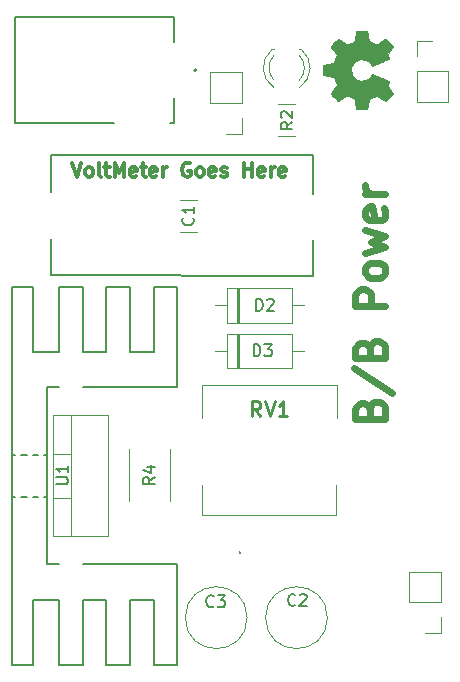
<source format=gto>
G04 #@! TF.GenerationSoftware,KiCad,Pcbnew,(5.1.10)-1*
G04 #@! TF.CreationDate,2021-12-28T21:38:16-08:00*
G04 #@! TF.ProjectId,breadboardPower,62726561-6462-46f6-9172-64506f776572,rev?*
G04 #@! TF.SameCoordinates,Original*
G04 #@! TF.FileFunction,Legend,Top*
G04 #@! TF.FilePolarity,Positive*
%FSLAX46Y46*%
G04 Gerber Fmt 4.6, Leading zero omitted, Abs format (unit mm)*
G04 Created by KiCad (PCBNEW (5.1.10)-1) date 2021-12-28 21:38:16*
%MOMM*%
%LPD*%
G01*
G04 APERTURE LIST*
%ADD10C,0.150000*%
%ADD11C,0.300000*%
%ADD12C,0.625000*%
%ADD13C,0.010000*%
%ADD14C,0.200000*%
%ADD15C,0.100000*%
%ADD16C,0.120000*%
%ADD17C,0.127000*%
%ADD18C,0.254000*%
%ADD19C,4.800000*%
%ADD20C,1.800000*%
%ADD21O,1.700000X1.700000*%
%ADD22R,1.700000X1.700000*%
%ADD23C,2.000000*%
%ADD24C,1.524000*%
%ADD25C,3.000000*%
%ADD26O,2.000000X1.905000*%
%ADD27R,2.000000X1.905000*%
%ADD28C,1.200000*%
%ADD29O,4.000000X2.000000*%
%ADD30O,2.000000X4.000000*%
%ADD31O,2.200000X2.200000*%
%ADD32R,2.200000X2.200000*%
%ADD33R,1.800000X1.800000*%
G04 APERTURE END LIST*
D10*
X72898000Y-73507600D02*
X95097600Y-73507600D01*
X72898000Y-76606400D02*
X72898000Y-73507600D01*
X72898000Y-83667600D02*
X72898000Y-80619600D01*
X95097600Y-83718400D02*
X72898000Y-83667600D01*
X95097600Y-80670400D02*
X95097600Y-83718400D01*
X95097600Y-73507600D02*
X95097600Y-76809600D01*
D11*
X74705714Y-74120457D02*
X75105714Y-75320457D01*
X75505714Y-74120457D01*
X76077142Y-75320457D02*
X75962857Y-75263314D01*
X75905714Y-75206171D01*
X75848571Y-75091885D01*
X75848571Y-74749028D01*
X75905714Y-74634742D01*
X75962857Y-74577600D01*
X76077142Y-74520457D01*
X76248571Y-74520457D01*
X76362857Y-74577600D01*
X76420000Y-74634742D01*
X76477142Y-74749028D01*
X76477142Y-75091885D01*
X76420000Y-75206171D01*
X76362857Y-75263314D01*
X76248571Y-75320457D01*
X76077142Y-75320457D01*
X77162857Y-75320457D02*
X77048571Y-75263314D01*
X76991428Y-75149028D01*
X76991428Y-74120457D01*
X77448571Y-74520457D02*
X77905714Y-74520457D01*
X77620000Y-74120457D02*
X77620000Y-75149028D01*
X77677142Y-75263314D01*
X77791428Y-75320457D01*
X77905714Y-75320457D01*
X78305714Y-75320457D02*
X78305714Y-74120457D01*
X78705714Y-74977600D01*
X79105714Y-74120457D01*
X79105714Y-75320457D01*
X80134285Y-75263314D02*
X80020000Y-75320457D01*
X79791428Y-75320457D01*
X79677142Y-75263314D01*
X79620000Y-75149028D01*
X79620000Y-74691885D01*
X79677142Y-74577600D01*
X79791428Y-74520457D01*
X80020000Y-74520457D01*
X80134285Y-74577600D01*
X80191428Y-74691885D01*
X80191428Y-74806171D01*
X79620000Y-74920457D01*
X80534285Y-74520457D02*
X80991428Y-74520457D01*
X80705714Y-74120457D02*
X80705714Y-75149028D01*
X80762857Y-75263314D01*
X80877142Y-75320457D01*
X80991428Y-75320457D01*
X81848571Y-75263314D02*
X81734285Y-75320457D01*
X81505714Y-75320457D01*
X81391428Y-75263314D01*
X81334285Y-75149028D01*
X81334285Y-74691885D01*
X81391428Y-74577600D01*
X81505714Y-74520457D01*
X81734285Y-74520457D01*
X81848571Y-74577600D01*
X81905714Y-74691885D01*
X81905714Y-74806171D01*
X81334285Y-74920457D01*
X82420000Y-75320457D02*
X82420000Y-74520457D01*
X82420000Y-74749028D02*
X82477142Y-74634742D01*
X82534285Y-74577600D01*
X82648571Y-74520457D01*
X82762857Y-74520457D01*
X84705714Y-74177600D02*
X84591428Y-74120457D01*
X84420000Y-74120457D01*
X84248571Y-74177600D01*
X84134285Y-74291885D01*
X84077142Y-74406171D01*
X84020000Y-74634742D01*
X84020000Y-74806171D01*
X84077142Y-75034742D01*
X84134285Y-75149028D01*
X84248571Y-75263314D01*
X84420000Y-75320457D01*
X84534285Y-75320457D01*
X84705714Y-75263314D01*
X84762857Y-75206171D01*
X84762857Y-74806171D01*
X84534285Y-74806171D01*
X85448571Y-75320457D02*
X85334285Y-75263314D01*
X85277142Y-75206171D01*
X85220000Y-75091885D01*
X85220000Y-74749028D01*
X85277142Y-74634742D01*
X85334285Y-74577600D01*
X85448571Y-74520457D01*
X85620000Y-74520457D01*
X85734285Y-74577600D01*
X85791428Y-74634742D01*
X85848571Y-74749028D01*
X85848571Y-75091885D01*
X85791428Y-75206171D01*
X85734285Y-75263314D01*
X85620000Y-75320457D01*
X85448571Y-75320457D01*
X86820000Y-75263314D02*
X86705714Y-75320457D01*
X86477142Y-75320457D01*
X86362857Y-75263314D01*
X86305714Y-75149028D01*
X86305714Y-74691885D01*
X86362857Y-74577600D01*
X86477142Y-74520457D01*
X86705714Y-74520457D01*
X86820000Y-74577600D01*
X86877142Y-74691885D01*
X86877142Y-74806171D01*
X86305714Y-74920457D01*
X87334285Y-75263314D02*
X87448571Y-75320457D01*
X87677142Y-75320457D01*
X87791428Y-75263314D01*
X87848571Y-75149028D01*
X87848571Y-75091885D01*
X87791428Y-74977600D01*
X87677142Y-74920457D01*
X87505714Y-74920457D01*
X87391428Y-74863314D01*
X87334285Y-74749028D01*
X87334285Y-74691885D01*
X87391428Y-74577600D01*
X87505714Y-74520457D01*
X87677142Y-74520457D01*
X87791428Y-74577600D01*
X89277142Y-75320457D02*
X89277142Y-74120457D01*
X89277142Y-74691885D02*
X89962857Y-74691885D01*
X89962857Y-75320457D02*
X89962857Y-74120457D01*
X90991428Y-75263314D02*
X90877142Y-75320457D01*
X90648571Y-75320457D01*
X90534285Y-75263314D01*
X90477142Y-75149028D01*
X90477142Y-74691885D01*
X90534285Y-74577600D01*
X90648571Y-74520457D01*
X90877142Y-74520457D01*
X90991428Y-74577600D01*
X91048571Y-74691885D01*
X91048571Y-74806171D01*
X90477142Y-74920457D01*
X91562857Y-75320457D02*
X91562857Y-74520457D01*
X91562857Y-74749028D02*
X91620000Y-74634742D01*
X91677142Y-74577600D01*
X91791428Y-74520457D01*
X91905714Y-74520457D01*
X92762857Y-75263314D02*
X92648571Y-75320457D01*
X92420000Y-75320457D01*
X92305714Y-75263314D01*
X92248571Y-75149028D01*
X92248571Y-74691885D01*
X92305714Y-74577600D01*
X92420000Y-74520457D01*
X92648571Y-74520457D01*
X92762857Y-74577600D01*
X92820000Y-74691885D01*
X92820000Y-74806171D01*
X92248571Y-74920457D01*
D12*
X99897428Y-94975047D02*
X100016476Y-94617904D01*
X100135523Y-94498857D01*
X100373619Y-94379809D01*
X100730761Y-94379809D01*
X100968857Y-94498857D01*
X101087904Y-94617904D01*
X101206952Y-94856000D01*
X101206952Y-95808380D01*
X98706952Y-95808380D01*
X98706952Y-94975047D01*
X98826000Y-94736952D01*
X98945047Y-94617904D01*
X99183142Y-94498857D01*
X99421238Y-94498857D01*
X99659333Y-94617904D01*
X99778380Y-94736952D01*
X99897428Y-94975047D01*
X99897428Y-95808380D01*
X98587904Y-91522666D02*
X101802190Y-93665523D01*
X99897428Y-89856000D02*
X100016476Y-89498857D01*
X100135523Y-89379809D01*
X100373619Y-89260761D01*
X100730761Y-89260761D01*
X100968857Y-89379809D01*
X101087904Y-89498857D01*
X101206952Y-89736952D01*
X101206952Y-90689333D01*
X98706952Y-90689333D01*
X98706952Y-89856000D01*
X98826000Y-89617904D01*
X98945047Y-89498857D01*
X99183142Y-89379809D01*
X99421238Y-89379809D01*
X99659333Y-89498857D01*
X99778380Y-89617904D01*
X99897428Y-89856000D01*
X99897428Y-90689333D01*
X101206952Y-86284571D02*
X98706952Y-86284571D01*
X98706952Y-85332190D01*
X98826000Y-85094095D01*
X98945047Y-84975047D01*
X99183142Y-84856000D01*
X99540285Y-84856000D01*
X99778380Y-84975047D01*
X99897428Y-85094095D01*
X100016476Y-85332190D01*
X100016476Y-86284571D01*
X101206952Y-83427428D02*
X101087904Y-83665523D01*
X100968857Y-83784571D01*
X100730761Y-83903619D01*
X100016476Y-83903619D01*
X99778380Y-83784571D01*
X99659333Y-83665523D01*
X99540285Y-83427428D01*
X99540285Y-83070285D01*
X99659333Y-82832190D01*
X99778380Y-82713142D01*
X100016476Y-82594095D01*
X100730761Y-82594095D01*
X100968857Y-82713142D01*
X101087904Y-82832190D01*
X101206952Y-83070285D01*
X101206952Y-83427428D01*
X99540285Y-81760761D02*
X101206952Y-81284571D01*
X100016476Y-80808380D01*
X101206952Y-80332190D01*
X99540285Y-79856000D01*
X101087904Y-77951238D02*
X101206952Y-78189333D01*
X101206952Y-78665523D01*
X101087904Y-78903619D01*
X100849809Y-79022666D01*
X99897428Y-79022666D01*
X99659333Y-78903619D01*
X99540285Y-78665523D01*
X99540285Y-78189333D01*
X99659333Y-77951238D01*
X99897428Y-77832190D01*
X100135523Y-77832190D01*
X100373619Y-79022666D01*
X101206952Y-76760761D02*
X99540285Y-76760761D01*
X100016476Y-76760761D02*
X99778380Y-76641714D01*
X99659333Y-76522666D01*
X99540285Y-76284571D01*
X99540285Y-76046476D01*
D13*
G36*
X96401931Y-65738186D02*
G01*
X96846555Y-65654365D01*
X96974053Y-65345080D01*
X97101551Y-65035794D01*
X96849246Y-64664754D01*
X96778996Y-64560843D01*
X96716272Y-64466913D01*
X96663938Y-64387348D01*
X96624857Y-64326530D01*
X96601893Y-64288843D01*
X96596942Y-64278579D01*
X96609676Y-64260090D01*
X96644882Y-64220580D01*
X96698062Y-64164478D01*
X96764718Y-64096213D01*
X96840354Y-64020214D01*
X96920472Y-63940908D01*
X97000574Y-63862725D01*
X97076164Y-63790093D01*
X97142745Y-63727441D01*
X97195818Y-63679197D01*
X97230887Y-63649790D01*
X97242623Y-63642759D01*
X97264260Y-63652877D01*
X97311662Y-63681241D01*
X97380193Y-63724871D01*
X97465215Y-63780782D01*
X97562093Y-63845994D01*
X97617350Y-63883781D01*
X97718248Y-63952657D01*
X97809299Y-64013860D01*
X97885970Y-64064422D01*
X97943728Y-64101372D01*
X97978043Y-64121742D01*
X97985254Y-64124803D01*
X98005748Y-64117864D01*
X98053513Y-64098949D01*
X98121832Y-64070913D01*
X98203989Y-64036609D01*
X98293270Y-63998891D01*
X98382958Y-63960613D01*
X98466338Y-63924630D01*
X98536694Y-63893794D01*
X98587310Y-63870961D01*
X98611471Y-63858983D01*
X98612422Y-63858276D01*
X98617036Y-63839469D01*
X98627328Y-63789382D01*
X98642287Y-63713207D01*
X98660901Y-63616135D01*
X98682159Y-63503357D01*
X98694418Y-63437558D01*
X98717362Y-63317050D01*
X98739195Y-63208203D01*
X98758722Y-63116524D01*
X98774748Y-63047519D01*
X98786079Y-63006696D01*
X98789674Y-62998489D01*
X98814006Y-62990452D01*
X98868959Y-62983967D01*
X98948108Y-62979030D01*
X99045026Y-62975636D01*
X99153287Y-62973782D01*
X99266465Y-62973462D01*
X99378135Y-62974673D01*
X99481868Y-62977410D01*
X99571241Y-62981669D01*
X99639826Y-62987445D01*
X99681197Y-62994733D01*
X99689810Y-62999105D01*
X99700133Y-63025236D01*
X99714892Y-63080607D01*
X99732352Y-63157893D01*
X99750780Y-63249770D01*
X99756741Y-63281842D01*
X99785066Y-63436476D01*
X99807876Y-63558625D01*
X99826080Y-63652327D01*
X99840583Y-63721616D01*
X99852292Y-63770529D01*
X99862115Y-63803103D01*
X99870956Y-63823372D01*
X99879724Y-63835374D01*
X99881457Y-63837053D01*
X99909371Y-63853816D01*
X99963695Y-63879386D01*
X100037777Y-63911212D01*
X100124965Y-63946740D01*
X100218608Y-63983417D01*
X100312052Y-64018689D01*
X100398647Y-64050004D01*
X100471740Y-64074807D01*
X100524678Y-64090546D01*
X100550811Y-64094668D01*
X100551726Y-64094324D01*
X100573086Y-64080359D01*
X100620084Y-64048678D01*
X100687827Y-64002609D01*
X100771423Y-63945482D01*
X100865982Y-63880627D01*
X100892854Y-63862157D01*
X100990275Y-63796301D01*
X101079163Y-63738350D01*
X101154412Y-63691462D01*
X101210920Y-63658793D01*
X101243581Y-63643500D01*
X101247593Y-63642759D01*
X101268684Y-63655608D01*
X101310464Y-63691112D01*
X101368445Y-63744707D01*
X101438135Y-63811829D01*
X101515045Y-63887913D01*
X101594683Y-63968396D01*
X101672561Y-64048713D01*
X101744186Y-64124301D01*
X101805070Y-64190595D01*
X101850721Y-64243031D01*
X101876650Y-64277045D01*
X101880883Y-64286455D01*
X101870912Y-64308357D01*
X101844020Y-64353200D01*
X101804736Y-64413679D01*
X101773117Y-64460211D01*
X101715098Y-64544525D01*
X101646784Y-64644374D01*
X101578579Y-64744527D01*
X101542075Y-64798373D01*
X101418800Y-64980629D01*
X101501520Y-65133619D01*
X101537759Y-65203318D01*
X101565926Y-65262586D01*
X101581991Y-65302689D01*
X101584226Y-65312897D01*
X101567722Y-65325171D01*
X101521082Y-65349387D01*
X101448609Y-65383737D01*
X101354606Y-65426412D01*
X101243374Y-65475606D01*
X101119215Y-65529510D01*
X100986432Y-65586316D01*
X100849327Y-65644218D01*
X100712202Y-65701407D01*
X100579358Y-65756076D01*
X100455098Y-65806416D01*
X100343725Y-65850620D01*
X100249539Y-65886881D01*
X100176844Y-65913391D01*
X100129941Y-65928342D01*
X100113833Y-65930746D01*
X100093286Y-65911689D01*
X100059933Y-65869964D01*
X100020702Y-65814294D01*
X100017599Y-65809622D01*
X99902423Y-65665736D01*
X99768053Y-65549717D01*
X99618784Y-65462570D01*
X99458913Y-65405301D01*
X99292737Y-65378914D01*
X99124552Y-65384415D01*
X98958655Y-65422810D01*
X98799342Y-65495105D01*
X98764487Y-65516374D01*
X98623737Y-65627004D01*
X98510714Y-65757698D01*
X98426003Y-65903936D01*
X98370194Y-66061192D01*
X98343874Y-66224943D01*
X98347630Y-66390667D01*
X98382050Y-66553838D01*
X98447723Y-66709935D01*
X98545235Y-66854433D01*
X98584813Y-66899131D01*
X98708703Y-67012888D01*
X98839124Y-67095782D01*
X98985315Y-67152644D01*
X99130088Y-67184313D01*
X99292860Y-67192131D01*
X99456440Y-67166062D01*
X99615298Y-67108755D01*
X99763906Y-67022856D01*
X99896735Y-66911014D01*
X100008256Y-66775877D01*
X100020011Y-66758117D01*
X100058508Y-66701850D01*
X100091863Y-66659077D01*
X100113160Y-66638628D01*
X100113833Y-66638331D01*
X100136871Y-66642721D01*
X100189157Y-66660124D01*
X100266390Y-66688732D01*
X100364268Y-66726735D01*
X100478491Y-66772326D01*
X100604758Y-66823697D01*
X100738767Y-66879038D01*
X100876218Y-66936542D01*
X101012808Y-66994399D01*
X101144237Y-67050802D01*
X101266205Y-67103942D01*
X101374409Y-67152010D01*
X101464549Y-67193199D01*
X101532323Y-67225699D01*
X101573430Y-67247703D01*
X101584226Y-67256564D01*
X101575819Y-67283640D01*
X101553272Y-67334303D01*
X101520613Y-67399817D01*
X101501520Y-67435841D01*
X101418800Y-67588832D01*
X101542075Y-67771088D01*
X101605228Y-67864125D01*
X101674727Y-67965985D01*
X101740165Y-68061438D01*
X101773117Y-68109250D01*
X101818273Y-68176495D01*
X101854057Y-68233436D01*
X101875938Y-68272646D01*
X101880563Y-68285381D01*
X101868085Y-68303917D01*
X101833252Y-68344941D01*
X101779678Y-68404475D01*
X101710983Y-68478542D01*
X101630781Y-68563165D01*
X101579286Y-68616685D01*
X101487286Y-68710319D01*
X101404999Y-68791241D01*
X101335945Y-68856177D01*
X101283644Y-68901858D01*
X101251616Y-68925011D01*
X101245116Y-68927232D01*
X101220394Y-68916924D01*
X101170405Y-68888439D01*
X101100212Y-68844937D01*
X101014875Y-68789577D01*
X100919456Y-68725520D01*
X100892854Y-68707303D01*
X100796167Y-68640927D01*
X100709117Y-68581378D01*
X100636595Y-68531984D01*
X100583493Y-68496075D01*
X100554703Y-68476981D01*
X100551726Y-68475136D01*
X100528782Y-68477895D01*
X100478336Y-68492538D01*
X100407041Y-68516513D01*
X100321547Y-68547266D01*
X100228507Y-68582244D01*
X100134574Y-68618893D01*
X100046399Y-68654661D01*
X99970634Y-68686994D01*
X99913931Y-68713338D01*
X99882943Y-68731142D01*
X99881457Y-68732407D01*
X99872601Y-68743294D01*
X99863843Y-68761682D01*
X99854277Y-68791606D01*
X99842996Y-68837103D01*
X99829093Y-68902209D01*
X99811663Y-68990961D01*
X99789798Y-69107393D01*
X99762591Y-69255542D01*
X99756741Y-69287618D01*
X99738374Y-69382686D01*
X99720405Y-69465565D01*
X99704569Y-69528930D01*
X99692600Y-69565458D01*
X99689810Y-69570356D01*
X99665072Y-69578427D01*
X99609790Y-69584987D01*
X99530389Y-69590033D01*
X99433296Y-69593559D01*
X99324938Y-69595561D01*
X99211740Y-69596036D01*
X99100128Y-69594977D01*
X98996529Y-69592382D01*
X98907368Y-69588246D01*
X98839072Y-69582563D01*
X98798066Y-69575331D01*
X98789674Y-69570971D01*
X98781208Y-69546698D01*
X98767435Y-69491426D01*
X98749550Y-69410662D01*
X98728748Y-69309912D01*
X98706223Y-69194683D01*
X98694418Y-69131902D01*
X98672151Y-69012787D01*
X98651979Y-68906565D01*
X98634915Y-68818427D01*
X98621969Y-68753566D01*
X98614155Y-68717174D01*
X98612422Y-68711184D01*
X98592890Y-68701061D01*
X98545843Y-68679662D01*
X98478003Y-68649839D01*
X98396091Y-68614445D01*
X98306828Y-68576332D01*
X98216935Y-68538353D01*
X98133135Y-68503360D01*
X98062147Y-68474206D01*
X98010694Y-68453743D01*
X97985497Y-68444823D01*
X97984396Y-68444657D01*
X97964519Y-68454769D01*
X97918777Y-68483117D01*
X97851717Y-68526723D01*
X97767884Y-68582606D01*
X97671826Y-68647787D01*
X97616650Y-68685679D01*
X97515481Y-68754725D01*
X97423630Y-68816050D01*
X97345744Y-68866663D01*
X97286469Y-68903571D01*
X97250451Y-68923782D01*
X97242377Y-68926701D01*
X97223584Y-68914153D01*
X97183457Y-68879463D01*
X97126493Y-68827063D01*
X97057185Y-68761384D01*
X96980031Y-68686856D01*
X96899525Y-68607913D01*
X96820163Y-68528983D01*
X96746440Y-68454500D01*
X96682852Y-68388894D01*
X96633894Y-68336596D01*
X96604061Y-68302039D01*
X96596942Y-68290478D01*
X96606953Y-68271654D01*
X96635078Y-68226631D01*
X96678454Y-68159787D01*
X96734218Y-68075499D01*
X96799506Y-67978144D01*
X96849246Y-67904707D01*
X97101551Y-67533667D01*
X96846555Y-66915095D01*
X96401931Y-66831275D01*
X95957307Y-66747454D01*
X95957307Y-65822006D01*
X96401931Y-65738186D01*
G37*
X96401931Y-65738186D02*
X96846555Y-65654365D01*
X96974053Y-65345080D01*
X97101551Y-65035794D01*
X96849246Y-64664754D01*
X96778996Y-64560843D01*
X96716272Y-64466913D01*
X96663938Y-64387348D01*
X96624857Y-64326530D01*
X96601893Y-64288843D01*
X96596942Y-64278579D01*
X96609676Y-64260090D01*
X96644882Y-64220580D01*
X96698062Y-64164478D01*
X96764718Y-64096213D01*
X96840354Y-64020214D01*
X96920472Y-63940908D01*
X97000574Y-63862725D01*
X97076164Y-63790093D01*
X97142745Y-63727441D01*
X97195818Y-63679197D01*
X97230887Y-63649790D01*
X97242623Y-63642759D01*
X97264260Y-63652877D01*
X97311662Y-63681241D01*
X97380193Y-63724871D01*
X97465215Y-63780782D01*
X97562093Y-63845994D01*
X97617350Y-63883781D01*
X97718248Y-63952657D01*
X97809299Y-64013860D01*
X97885970Y-64064422D01*
X97943728Y-64101372D01*
X97978043Y-64121742D01*
X97985254Y-64124803D01*
X98005748Y-64117864D01*
X98053513Y-64098949D01*
X98121832Y-64070913D01*
X98203989Y-64036609D01*
X98293270Y-63998891D01*
X98382958Y-63960613D01*
X98466338Y-63924630D01*
X98536694Y-63893794D01*
X98587310Y-63870961D01*
X98611471Y-63858983D01*
X98612422Y-63858276D01*
X98617036Y-63839469D01*
X98627328Y-63789382D01*
X98642287Y-63713207D01*
X98660901Y-63616135D01*
X98682159Y-63503357D01*
X98694418Y-63437558D01*
X98717362Y-63317050D01*
X98739195Y-63208203D01*
X98758722Y-63116524D01*
X98774748Y-63047519D01*
X98786079Y-63006696D01*
X98789674Y-62998489D01*
X98814006Y-62990452D01*
X98868959Y-62983967D01*
X98948108Y-62979030D01*
X99045026Y-62975636D01*
X99153287Y-62973782D01*
X99266465Y-62973462D01*
X99378135Y-62974673D01*
X99481868Y-62977410D01*
X99571241Y-62981669D01*
X99639826Y-62987445D01*
X99681197Y-62994733D01*
X99689810Y-62999105D01*
X99700133Y-63025236D01*
X99714892Y-63080607D01*
X99732352Y-63157893D01*
X99750780Y-63249770D01*
X99756741Y-63281842D01*
X99785066Y-63436476D01*
X99807876Y-63558625D01*
X99826080Y-63652327D01*
X99840583Y-63721616D01*
X99852292Y-63770529D01*
X99862115Y-63803103D01*
X99870956Y-63823372D01*
X99879724Y-63835374D01*
X99881457Y-63837053D01*
X99909371Y-63853816D01*
X99963695Y-63879386D01*
X100037777Y-63911212D01*
X100124965Y-63946740D01*
X100218608Y-63983417D01*
X100312052Y-64018689D01*
X100398647Y-64050004D01*
X100471740Y-64074807D01*
X100524678Y-64090546D01*
X100550811Y-64094668D01*
X100551726Y-64094324D01*
X100573086Y-64080359D01*
X100620084Y-64048678D01*
X100687827Y-64002609D01*
X100771423Y-63945482D01*
X100865982Y-63880627D01*
X100892854Y-63862157D01*
X100990275Y-63796301D01*
X101079163Y-63738350D01*
X101154412Y-63691462D01*
X101210920Y-63658793D01*
X101243581Y-63643500D01*
X101247593Y-63642759D01*
X101268684Y-63655608D01*
X101310464Y-63691112D01*
X101368445Y-63744707D01*
X101438135Y-63811829D01*
X101515045Y-63887913D01*
X101594683Y-63968396D01*
X101672561Y-64048713D01*
X101744186Y-64124301D01*
X101805070Y-64190595D01*
X101850721Y-64243031D01*
X101876650Y-64277045D01*
X101880883Y-64286455D01*
X101870912Y-64308357D01*
X101844020Y-64353200D01*
X101804736Y-64413679D01*
X101773117Y-64460211D01*
X101715098Y-64544525D01*
X101646784Y-64644374D01*
X101578579Y-64744527D01*
X101542075Y-64798373D01*
X101418800Y-64980629D01*
X101501520Y-65133619D01*
X101537759Y-65203318D01*
X101565926Y-65262586D01*
X101581991Y-65302689D01*
X101584226Y-65312897D01*
X101567722Y-65325171D01*
X101521082Y-65349387D01*
X101448609Y-65383737D01*
X101354606Y-65426412D01*
X101243374Y-65475606D01*
X101119215Y-65529510D01*
X100986432Y-65586316D01*
X100849327Y-65644218D01*
X100712202Y-65701407D01*
X100579358Y-65756076D01*
X100455098Y-65806416D01*
X100343725Y-65850620D01*
X100249539Y-65886881D01*
X100176844Y-65913391D01*
X100129941Y-65928342D01*
X100113833Y-65930746D01*
X100093286Y-65911689D01*
X100059933Y-65869964D01*
X100020702Y-65814294D01*
X100017599Y-65809622D01*
X99902423Y-65665736D01*
X99768053Y-65549717D01*
X99618784Y-65462570D01*
X99458913Y-65405301D01*
X99292737Y-65378914D01*
X99124552Y-65384415D01*
X98958655Y-65422810D01*
X98799342Y-65495105D01*
X98764487Y-65516374D01*
X98623737Y-65627004D01*
X98510714Y-65757698D01*
X98426003Y-65903936D01*
X98370194Y-66061192D01*
X98343874Y-66224943D01*
X98347630Y-66390667D01*
X98382050Y-66553838D01*
X98447723Y-66709935D01*
X98545235Y-66854433D01*
X98584813Y-66899131D01*
X98708703Y-67012888D01*
X98839124Y-67095782D01*
X98985315Y-67152644D01*
X99130088Y-67184313D01*
X99292860Y-67192131D01*
X99456440Y-67166062D01*
X99615298Y-67108755D01*
X99763906Y-67022856D01*
X99896735Y-66911014D01*
X100008256Y-66775877D01*
X100020011Y-66758117D01*
X100058508Y-66701850D01*
X100091863Y-66659077D01*
X100113160Y-66638628D01*
X100113833Y-66638331D01*
X100136871Y-66642721D01*
X100189157Y-66660124D01*
X100266390Y-66688732D01*
X100364268Y-66726735D01*
X100478491Y-66772326D01*
X100604758Y-66823697D01*
X100738767Y-66879038D01*
X100876218Y-66936542D01*
X101012808Y-66994399D01*
X101144237Y-67050802D01*
X101266205Y-67103942D01*
X101374409Y-67152010D01*
X101464549Y-67193199D01*
X101532323Y-67225699D01*
X101573430Y-67247703D01*
X101584226Y-67256564D01*
X101575819Y-67283640D01*
X101553272Y-67334303D01*
X101520613Y-67399817D01*
X101501520Y-67435841D01*
X101418800Y-67588832D01*
X101542075Y-67771088D01*
X101605228Y-67864125D01*
X101674727Y-67965985D01*
X101740165Y-68061438D01*
X101773117Y-68109250D01*
X101818273Y-68176495D01*
X101854057Y-68233436D01*
X101875938Y-68272646D01*
X101880563Y-68285381D01*
X101868085Y-68303917D01*
X101833252Y-68344941D01*
X101779678Y-68404475D01*
X101710983Y-68478542D01*
X101630781Y-68563165D01*
X101579286Y-68616685D01*
X101487286Y-68710319D01*
X101404999Y-68791241D01*
X101335945Y-68856177D01*
X101283644Y-68901858D01*
X101251616Y-68925011D01*
X101245116Y-68927232D01*
X101220394Y-68916924D01*
X101170405Y-68888439D01*
X101100212Y-68844937D01*
X101014875Y-68789577D01*
X100919456Y-68725520D01*
X100892854Y-68707303D01*
X100796167Y-68640927D01*
X100709117Y-68581378D01*
X100636595Y-68531984D01*
X100583493Y-68496075D01*
X100554703Y-68476981D01*
X100551726Y-68475136D01*
X100528782Y-68477895D01*
X100478336Y-68492538D01*
X100407041Y-68516513D01*
X100321547Y-68547266D01*
X100228507Y-68582244D01*
X100134574Y-68618893D01*
X100046399Y-68654661D01*
X99970634Y-68686994D01*
X99913931Y-68713338D01*
X99882943Y-68731142D01*
X99881457Y-68732407D01*
X99872601Y-68743294D01*
X99863843Y-68761682D01*
X99854277Y-68791606D01*
X99842996Y-68837103D01*
X99829093Y-68902209D01*
X99811663Y-68990961D01*
X99789798Y-69107393D01*
X99762591Y-69255542D01*
X99756741Y-69287618D01*
X99738374Y-69382686D01*
X99720405Y-69465565D01*
X99704569Y-69528930D01*
X99692600Y-69565458D01*
X99689810Y-69570356D01*
X99665072Y-69578427D01*
X99609790Y-69584987D01*
X99530389Y-69590033D01*
X99433296Y-69593559D01*
X99324938Y-69595561D01*
X99211740Y-69596036D01*
X99100128Y-69594977D01*
X98996529Y-69592382D01*
X98907368Y-69588246D01*
X98839072Y-69582563D01*
X98798066Y-69575331D01*
X98789674Y-69570971D01*
X98781208Y-69546698D01*
X98767435Y-69491426D01*
X98749550Y-69410662D01*
X98728748Y-69309912D01*
X98706223Y-69194683D01*
X98694418Y-69131902D01*
X98672151Y-69012787D01*
X98651979Y-68906565D01*
X98634915Y-68818427D01*
X98621969Y-68753566D01*
X98614155Y-68717174D01*
X98612422Y-68711184D01*
X98592890Y-68701061D01*
X98545843Y-68679662D01*
X98478003Y-68649839D01*
X98396091Y-68614445D01*
X98306828Y-68576332D01*
X98216935Y-68538353D01*
X98133135Y-68503360D01*
X98062147Y-68474206D01*
X98010694Y-68453743D01*
X97985497Y-68444823D01*
X97984396Y-68444657D01*
X97964519Y-68454769D01*
X97918777Y-68483117D01*
X97851717Y-68526723D01*
X97767884Y-68582606D01*
X97671826Y-68647787D01*
X97616650Y-68685679D01*
X97515481Y-68754725D01*
X97423630Y-68816050D01*
X97345744Y-68866663D01*
X97286469Y-68903571D01*
X97250451Y-68923782D01*
X97242377Y-68926701D01*
X97223584Y-68914153D01*
X97183457Y-68879463D01*
X97126493Y-68827063D01*
X97057185Y-68761384D01*
X96980031Y-68686856D01*
X96899525Y-68607913D01*
X96820163Y-68528983D01*
X96746440Y-68454500D01*
X96682852Y-68388894D01*
X96633894Y-68336596D01*
X96604061Y-68302039D01*
X96596942Y-68290478D01*
X96606953Y-68271654D01*
X96635078Y-68226631D01*
X96678454Y-68159787D01*
X96734218Y-68075499D01*
X96799506Y-67978144D01*
X96849246Y-67904707D01*
X97101551Y-67533667D01*
X96846555Y-66915095D01*
X96401931Y-66831275D01*
X95957307Y-66747454D01*
X95957307Y-65822006D01*
X96401931Y-65738186D01*
D14*
X88900000Y-107160800D02*
X88900000Y-107160800D01*
X88900000Y-107060800D02*
X88900000Y-107060800D01*
X88900000Y-107160800D02*
X88900000Y-107160800D01*
D15*
X85700000Y-95710800D02*
X85700000Y-92960800D01*
X85700000Y-92960800D02*
X97150000Y-92960800D01*
X97150000Y-92960800D02*
X97150000Y-95710800D01*
X85700000Y-101460800D02*
X85700000Y-103960800D01*
X85700000Y-103960800D02*
X97100000Y-103960800D01*
X97100000Y-103960800D02*
X97100000Y-101460800D01*
D14*
X88900000Y-107060800D02*
G75*
G02*
X88900000Y-107160800I0J-50000D01*
G01*
X88900000Y-107160800D02*
G75*
G02*
X88900000Y-107060800I0J50000D01*
G01*
X88900000Y-107060800D02*
G75*
G02*
X88900000Y-107160800I0J-50000D01*
G01*
D16*
X89087000Y-66488000D02*
X86427000Y-66488000D01*
X89087000Y-69088000D02*
X89087000Y-66488000D01*
X86427000Y-69088000D02*
X86427000Y-66488000D01*
X89087000Y-69088000D02*
X86427000Y-69088000D01*
X89087000Y-70358000D02*
X89087000Y-71688000D01*
X89087000Y-71688000D02*
X87757000Y-71688000D01*
D10*
X69862500Y-98897500D02*
X69612500Y-98897500D01*
X69862500Y-102397500D02*
X69612500Y-102397500D01*
X72362500Y-102397500D02*
X72612500Y-102397500D01*
X72362500Y-98897500D02*
X72612500Y-98897500D01*
X71362500Y-98897500D02*
X71862500Y-98897500D01*
X70362500Y-98897500D02*
X70862500Y-98897500D01*
X71362500Y-102397500D02*
X71862500Y-102397500D01*
X70362500Y-102397500D02*
X70862500Y-102397500D01*
X81612500Y-84647500D02*
X83612500Y-84647500D01*
X77612500Y-84647500D02*
X79612500Y-84647500D01*
X73612500Y-84647500D02*
X75612500Y-84647500D01*
X71362500Y-90147500D02*
X73612500Y-90147500D01*
X75612500Y-90147500D02*
X77612500Y-90147500D01*
X79612500Y-90147500D02*
X81612500Y-90147500D01*
X81612500Y-116647500D02*
X83612500Y-116647500D01*
X79612500Y-111147500D02*
X81612500Y-111147500D01*
X77612500Y-116647500D02*
X79612500Y-116647500D01*
X73612500Y-116647500D02*
X75612500Y-116647500D01*
X75612500Y-111147500D02*
X77612500Y-111147500D01*
X71362500Y-111147500D02*
X73612500Y-111147500D01*
X71362500Y-116647500D02*
X69612500Y-116647500D01*
X69612500Y-84647500D02*
X71362500Y-84647500D01*
X71362500Y-111147500D02*
X71362500Y-116647500D01*
X77612500Y-111147500D02*
X77612500Y-116647500D01*
X79612500Y-116647500D02*
X79612500Y-111147500D01*
X81612500Y-111147500D02*
X81612500Y-116647500D01*
X79612500Y-90147500D02*
X79612500Y-84647500D01*
X77612500Y-90147500D02*
X77612500Y-84647500D01*
X81612500Y-90147500D02*
X81612500Y-84647500D01*
X71362500Y-90147500D02*
X71362500Y-84647500D01*
X75612500Y-90147500D02*
X75612500Y-84647500D01*
X73612500Y-90147500D02*
X73612500Y-84647500D01*
X75612500Y-116647500D02*
X75612500Y-111147500D01*
X73612500Y-111147500D02*
X73612500Y-116647500D01*
X75612500Y-93147500D02*
X83612500Y-93147500D01*
X75612500Y-108147500D02*
X83612500Y-108147500D01*
X72612500Y-108147500D02*
X73612500Y-108147500D01*
X72612500Y-93147500D02*
X73612500Y-93147500D01*
X83612500Y-93147500D02*
X83612500Y-84647500D01*
X83612500Y-108147500D02*
X83612500Y-116647500D01*
X72612500Y-108147500D02*
X72612500Y-93147500D01*
X69612500Y-116647500D02*
X69612500Y-84647500D01*
D16*
X73120500Y-105767499D02*
X73120500Y-95527499D01*
X77761500Y-105767499D02*
X77761500Y-95527499D01*
X73120500Y-105767499D02*
X77761500Y-105767499D01*
X73120500Y-95527499D02*
X77761500Y-95527499D01*
X74630500Y-105767499D02*
X74630500Y-95527499D01*
X73120500Y-102497499D02*
X74630500Y-102497499D01*
X73120500Y-98796499D02*
X74630500Y-98796499D01*
X89535500Y-112649000D02*
G75*
G03*
X89535500Y-112649000I-2620000J0D01*
G01*
X96330000Y-112649000D02*
G75*
G03*
X96330000Y-112649000I-2620000J0D01*
G01*
X83870748Y-77278400D02*
X85293252Y-77278400D01*
X83870748Y-79998400D02*
X85293252Y-79998400D01*
X82990000Y-98406936D02*
X82990000Y-102761064D01*
X79570000Y-98406936D02*
X79570000Y-102761064D01*
X92158164Y-69187212D02*
X93605638Y-69187212D01*
X92158164Y-71897212D02*
X93605638Y-71897212D01*
X103889500Y-68995600D02*
X106549500Y-68995600D01*
X103889500Y-66395600D02*
X103889500Y-68995600D01*
X106549500Y-66395600D02*
X106549500Y-68995600D01*
X103889500Y-66395600D02*
X106549500Y-66395600D01*
X103889500Y-65125600D02*
X103889500Y-63795600D01*
X103889500Y-63795600D02*
X105219500Y-63795600D01*
X105914500Y-108752000D02*
X103254500Y-108752000D01*
X105914500Y-111352000D02*
X105914500Y-108752000D01*
X103254500Y-111352000D02*
X103254500Y-108752000D01*
X105914500Y-111352000D02*
X103254500Y-111352000D01*
X105914500Y-112622000D02*
X105914500Y-113952000D01*
X105914500Y-113952000D02*
X104584500Y-113952000D01*
D14*
X85243000Y-66294000D02*
G75*
G03*
X85243000Y-66294000I-100000J0D01*
G01*
D17*
X69843000Y-70794000D02*
X69843000Y-61794000D01*
X78293000Y-70794000D02*
X69843000Y-70794000D01*
X83343000Y-70794000D02*
X82993000Y-70794000D01*
X83343000Y-68644000D02*
X83343000Y-70794000D01*
X83343000Y-61794000D02*
X83343000Y-63944000D01*
X69843000Y-61794000D02*
X83343000Y-61794000D01*
D16*
X87856400Y-88598400D02*
X87856400Y-91538400D01*
X87856400Y-91538400D02*
X93296400Y-91538400D01*
X93296400Y-91538400D02*
X93296400Y-88598400D01*
X93296400Y-88598400D02*
X87856400Y-88598400D01*
X86836400Y-90068400D02*
X87856400Y-90068400D01*
X94316400Y-90068400D02*
X93296400Y-90068400D01*
X88756400Y-88598400D02*
X88756400Y-91538400D01*
X88876400Y-88598400D02*
X88876400Y-91538400D01*
X88636400Y-88598400D02*
X88636400Y-91538400D01*
X87856400Y-84737600D02*
X87856400Y-87677600D01*
X87856400Y-87677600D02*
X93296400Y-87677600D01*
X93296400Y-87677600D02*
X93296400Y-84737600D01*
X93296400Y-84737600D02*
X87856400Y-84737600D01*
X86836400Y-86207600D02*
X87856400Y-86207600D01*
X94316400Y-86207600D02*
X93296400Y-86207600D01*
X88756400Y-84737600D02*
X88756400Y-87677600D01*
X88876400Y-84737600D02*
X88876400Y-87677600D01*
X88636400Y-84737600D02*
X88636400Y-87677600D01*
X94117902Y-64537211D02*
X93961902Y-64537211D01*
X91801902Y-64537211D02*
X91645902Y-64537211D01*
X91802065Y-67138341D02*
G75*
G02*
X91801902Y-65056250I1079837J1041130D01*
G01*
X93961739Y-67138341D02*
G75*
G03*
X93961902Y-65056250I-1079837J1041130D01*
G01*
X91803294Y-67769546D02*
G75*
G02*
X91646386Y-64537211I1078608J1672335D01*
G01*
X93960510Y-67769546D02*
G75*
G03*
X94117418Y-64537211I-1078608J1672335D01*
G01*
D18*
X90644047Y-95595923D02*
X90220714Y-94991161D01*
X89918333Y-95595923D02*
X89918333Y-94325923D01*
X90402142Y-94325923D01*
X90523095Y-94386400D01*
X90583571Y-94446876D01*
X90644047Y-94567828D01*
X90644047Y-94749257D01*
X90583571Y-94870209D01*
X90523095Y-94930685D01*
X90402142Y-94991161D01*
X89918333Y-94991161D01*
X91006904Y-94325923D02*
X91430238Y-95595923D01*
X91853571Y-94325923D01*
X92942142Y-95595923D02*
X92216428Y-95595923D01*
X92579285Y-95595923D02*
X92579285Y-94325923D01*
X92458333Y-94507352D01*
X92337380Y-94628304D01*
X92216428Y-94688780D01*
D10*
X73366380Y-101345904D02*
X74175904Y-101345904D01*
X74271142Y-101298285D01*
X74318761Y-101250666D01*
X74366380Y-101155428D01*
X74366380Y-100964952D01*
X74318761Y-100869714D01*
X74271142Y-100822095D01*
X74175904Y-100774476D01*
X73366380Y-100774476D01*
X74366380Y-99774476D02*
X74366380Y-100345904D01*
X74366380Y-100060190D02*
X73366380Y-100060190D01*
X73509238Y-100155428D01*
X73604476Y-100250666D01*
X73652095Y-100345904D01*
X86701333Y-111659942D02*
X86653714Y-111707561D01*
X86510857Y-111755180D01*
X86415619Y-111755180D01*
X86272761Y-111707561D01*
X86177523Y-111612323D01*
X86129904Y-111517085D01*
X86082285Y-111326609D01*
X86082285Y-111183752D01*
X86129904Y-110993276D01*
X86177523Y-110898038D01*
X86272761Y-110802800D01*
X86415619Y-110755180D01*
X86510857Y-110755180D01*
X86653714Y-110802800D01*
X86701333Y-110850419D01*
X87034666Y-110755180D02*
X87653714Y-110755180D01*
X87320380Y-111136133D01*
X87463238Y-111136133D01*
X87558476Y-111183752D01*
X87606095Y-111231371D01*
X87653714Y-111326609D01*
X87653714Y-111564704D01*
X87606095Y-111659942D01*
X87558476Y-111707561D01*
X87463238Y-111755180D01*
X87177523Y-111755180D01*
X87082285Y-111707561D01*
X87034666Y-111659942D01*
X93610133Y-111558342D02*
X93562514Y-111605961D01*
X93419657Y-111653580D01*
X93324419Y-111653580D01*
X93181561Y-111605961D01*
X93086323Y-111510723D01*
X93038704Y-111415485D01*
X92991085Y-111225009D01*
X92991085Y-111082152D01*
X93038704Y-110891676D01*
X93086323Y-110796438D01*
X93181561Y-110701200D01*
X93324419Y-110653580D01*
X93419657Y-110653580D01*
X93562514Y-110701200D01*
X93610133Y-110748819D01*
X93991085Y-110748819D02*
X94038704Y-110701200D01*
X94133942Y-110653580D01*
X94372038Y-110653580D01*
X94467276Y-110701200D01*
X94514895Y-110748819D01*
X94562514Y-110844057D01*
X94562514Y-110939295D01*
X94514895Y-111082152D01*
X93943466Y-111653580D01*
X94562514Y-111653580D01*
X84939142Y-78805066D02*
X84986761Y-78852685D01*
X85034380Y-78995542D01*
X85034380Y-79090780D01*
X84986761Y-79233638D01*
X84891523Y-79328876D01*
X84796285Y-79376495D01*
X84605809Y-79424114D01*
X84462952Y-79424114D01*
X84272476Y-79376495D01*
X84177238Y-79328876D01*
X84082000Y-79233638D01*
X84034380Y-79090780D01*
X84034380Y-78995542D01*
X84082000Y-78852685D01*
X84129619Y-78805066D01*
X85034380Y-77852685D02*
X85034380Y-78424114D01*
X85034380Y-78138400D02*
X84034380Y-78138400D01*
X84177238Y-78233638D01*
X84272476Y-78328876D01*
X84320095Y-78424114D01*
X81732380Y-100750666D02*
X81256190Y-101084000D01*
X81732380Y-101322095D02*
X80732380Y-101322095D01*
X80732380Y-100941142D01*
X80780000Y-100845904D01*
X80827619Y-100798285D01*
X80922857Y-100750666D01*
X81065714Y-100750666D01*
X81160952Y-100798285D01*
X81208571Y-100845904D01*
X81256190Y-100941142D01*
X81256190Y-101322095D01*
X81065714Y-99893523D02*
X81732380Y-99893523D01*
X80684761Y-100131619D02*
X81399047Y-100369714D01*
X81399047Y-99750666D01*
X93372801Y-70702723D02*
X92896611Y-71036057D01*
X93372801Y-71274152D02*
X92372801Y-71274152D01*
X92372801Y-70893199D01*
X92420421Y-70797961D01*
X92468040Y-70750342D01*
X92563278Y-70702723D01*
X92706135Y-70702723D01*
X92801373Y-70750342D01*
X92848992Y-70797961D01*
X92896611Y-70893199D01*
X92896611Y-71274152D01*
X92468040Y-70321771D02*
X92420421Y-70274152D01*
X92372801Y-70178914D01*
X92372801Y-69940818D01*
X92420421Y-69845580D01*
X92468040Y-69797961D01*
X92563278Y-69750342D01*
X92658516Y-69750342D01*
X92801373Y-69797961D01*
X93372801Y-70369390D01*
X93372801Y-69750342D01*
X90092304Y-90520780D02*
X90092304Y-89520780D01*
X90330400Y-89520780D01*
X90473257Y-89568400D01*
X90568495Y-89663638D01*
X90616114Y-89758876D01*
X90663733Y-89949352D01*
X90663733Y-90092209D01*
X90616114Y-90282685D01*
X90568495Y-90377923D01*
X90473257Y-90473161D01*
X90330400Y-90520780D01*
X90092304Y-90520780D01*
X90997066Y-89520780D02*
X91616114Y-89520780D01*
X91282780Y-89901733D01*
X91425638Y-89901733D01*
X91520876Y-89949352D01*
X91568495Y-89996971D01*
X91616114Y-90092209D01*
X91616114Y-90330304D01*
X91568495Y-90425542D01*
X91520876Y-90473161D01*
X91425638Y-90520780D01*
X91139923Y-90520780D01*
X91044685Y-90473161D01*
X90997066Y-90425542D01*
X90282804Y-86659980D02*
X90282804Y-85659980D01*
X90520900Y-85659980D01*
X90663757Y-85707600D01*
X90758995Y-85802838D01*
X90806614Y-85898076D01*
X90854233Y-86088552D01*
X90854233Y-86231409D01*
X90806614Y-86421885D01*
X90758995Y-86517123D01*
X90663757Y-86612361D01*
X90520900Y-86659980D01*
X90282804Y-86659980D01*
X91235185Y-85755219D02*
X91282804Y-85707600D01*
X91378042Y-85659980D01*
X91616138Y-85659980D01*
X91711376Y-85707600D01*
X91758995Y-85755219D01*
X91806614Y-85850457D01*
X91806614Y-85945695D01*
X91758995Y-86088552D01*
X91187566Y-86659980D01*
X91806614Y-86659980D01*
%LPC*%
D19*
X95800000Y-98460800D03*
X87000000Y-98460800D03*
D20*
X93900000Y-105460800D03*
X91400000Y-105460800D03*
X88900000Y-105460800D03*
D21*
X87757000Y-67818000D03*
D22*
X87757000Y-70358000D03*
D23*
X72898000Y-78613000D03*
X95123000Y-78613000D03*
D24*
X77343000Y-78613000D03*
X90678000Y-78613000D03*
D25*
X74612500Y-91747500D03*
X74612500Y-109547500D03*
D26*
X76390500Y-98107499D03*
X76390500Y-100647499D03*
D27*
X76390500Y-103187499D03*
D28*
X87915500Y-112649000D03*
X85915500Y-112649000D03*
X94710000Y-112649000D03*
X92710000Y-112649000D03*
G36*
G01*
X85482000Y-79738401D02*
X85482000Y-77538399D01*
G75*
G02*
X85731999Y-77288400I249999J0D01*
G01*
X86382001Y-77288400D01*
G75*
G02*
X86632000Y-77538399I0J-249999D01*
G01*
X86632000Y-79738401D01*
G75*
G02*
X86382001Y-79988400I-249999J0D01*
G01*
X85731999Y-79988400D01*
G75*
G02*
X85482000Y-79738401I0J249999D01*
G01*
G37*
G36*
G01*
X82532000Y-79738401D02*
X82532000Y-77538399D01*
G75*
G02*
X82781999Y-77288400I249999J0D01*
G01*
X83432001Y-77288400D01*
G75*
G02*
X83682000Y-77538399I0J-249999D01*
G01*
X83682000Y-79738401D01*
G75*
G02*
X83432001Y-79988400I-249999J0D01*
G01*
X82781999Y-79988400D01*
G75*
G02*
X82532000Y-79738401I0J249999D01*
G01*
G37*
G36*
G01*
X79854999Y-102934000D02*
X82705001Y-102934000D01*
G75*
G02*
X82955000Y-103183999I0J-249999D01*
G01*
X82955000Y-103909001D01*
G75*
G02*
X82705001Y-104159000I-249999J0D01*
G01*
X79854999Y-104159000D01*
G75*
G02*
X79605000Y-103909001I0J249999D01*
G01*
X79605000Y-103183999D01*
G75*
G02*
X79854999Y-102934000I249999J0D01*
G01*
G37*
G36*
G01*
X79854999Y-97009000D02*
X82705001Y-97009000D01*
G75*
G02*
X82955000Y-97258999I0J-249999D01*
G01*
X82955000Y-97984001D01*
G75*
G02*
X82705001Y-98234000I-249999J0D01*
G01*
X79854999Y-98234000D01*
G75*
G02*
X79605000Y-97984001I0J249999D01*
G01*
X79605000Y-97258999D01*
G75*
G02*
X79854999Y-97009000I249999J0D01*
G01*
G37*
G36*
G01*
X93781901Y-71617215D02*
X93781901Y-69467209D01*
G75*
G02*
X94031898Y-69217212I249997J0D01*
G01*
X94656904Y-69217212D01*
G75*
G02*
X94906901Y-69467209I0J-249997D01*
G01*
X94906901Y-71617215D01*
G75*
G02*
X94656904Y-71867212I-249997J0D01*
G01*
X94031898Y-71867212D01*
G75*
G02*
X93781901Y-71617215I0J249997D01*
G01*
G37*
G36*
G01*
X90856901Y-71617215D02*
X90856901Y-69467209D01*
G75*
G02*
X91106898Y-69217212I249997J0D01*
G01*
X91731904Y-69217212D01*
G75*
G02*
X91981901Y-69467209I0J-249997D01*
G01*
X91981901Y-71617215D01*
G75*
G02*
X91731904Y-71867212I-249997J0D01*
G01*
X91106898Y-71867212D01*
G75*
G02*
X90856901Y-71617215I0J249997D01*
G01*
G37*
D21*
X105219500Y-67665600D03*
D22*
X105219500Y-65125600D03*
D21*
X104584500Y-110082000D03*
D22*
X104584500Y-112622000D03*
D29*
X80643000Y-70894000D03*
D30*
X83443000Y-66294000D03*
X77343000Y-66294000D03*
D31*
X95656400Y-90068400D03*
D32*
X85496400Y-90068400D03*
D31*
X95656400Y-86207600D03*
D32*
X85496400Y-86207600D03*
D20*
X92881902Y-67367211D03*
D33*
X92881902Y-64827211D03*
M02*

</source>
